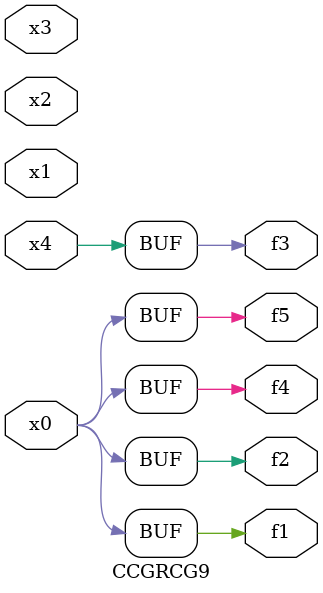
<source format=v>
module CCGRCG9(
	input x0, x1, x2, x3, x4,
	output f1, f2, f3, f4, f5
);
	assign f1 = x0;
	assign f2 = x0;
	assign f3 = x4;
	assign f4 = x0;
	assign f5 = x0;
endmodule

</source>
